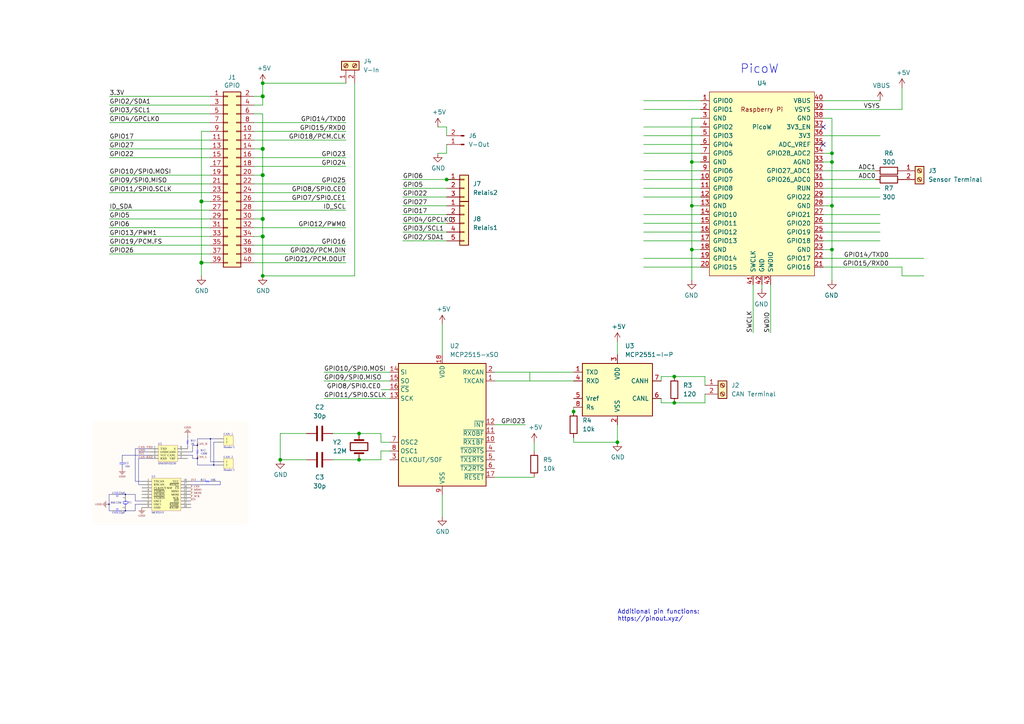
<source format=kicad_sch>
(kicad_sch (version 20230121) (generator eeschema)
  (paper "A4")
  (title_block (date "15 nov 2012"))
  (lib_symbols
    (symbol "Connector:Conn_01x02_Pin" (pin_names (offset 1.016) hide)
      (property "Reference" "J" (at 0 2.54 0))
      (property "Value" "Conn_01x02_Pin" (at 0 -5.08 0))
      (symbol "Conn_01x02_Pin_1_1"
        (polyline (pts (xy 1.27 -2.54) (xy 0.8636 -2.54)) (stroke (width 0.1524)))
        (polyline (pts (xy 1.27 0) (xy 0.8636 0)) (stroke (width 0.1524)))
        (rectangle (start 0.8636 -2.413) (end 0 -2.667) (stroke (width 0.1524)) (fill (type outline)))
        (rectangle (start 0.8636 0.127) (end 0 -0.127) (stroke (width 0.1524)) (fill (type outline)))
        (pin passive line (at 5.08 0 180) (length 3.81) (name "Pin_1") (number "1"))
        (pin passive line (at 5.08 -2.54 180) (length 3.81) (name "Pin_2") (number "2"))
      )
    )
    (symbol "Connector:Screw_Terminal_01x02" (pin_names (offset 1.016) hide)
      (property "Reference" "J" (at 0 2.54 0))
      (property "Value" "Screw_Terminal_01x02" (at 0 -5.08 0))
      (symbol "Screw_Terminal_01x02_1_1"
        (rectangle (start -1.27 1.27) (end 1.27 -3.81) (stroke (width 0.254)) (fill (type background)))
        (circle (center 0 -2.54) (radius 0.635) (stroke (width 0.1524)))
        (polyline (pts (xy -0.5334 -2.2098) (xy 0.3302 -3.048)) (stroke (width 0.1524)))
        (polyline (pts (xy -0.5334 0.3302) (xy 0.3302 -0.508)) (stroke (width 0.1524)))
        (polyline (pts (xy -0.3556 -2.032) (xy 0.508 -2.8702)) (stroke (width 0.1524)))
        (polyline (pts (xy -0.3556 0.508) (xy 0.508 -0.3302)) (stroke (width 0.1524)))
        (circle (center 0 0) (radius 0.635) (stroke (width 0.1524)))
        (pin passive line (at -5.08 0 0) (length 3.81) (name "Pin_1") (number "1"))
        (pin passive line (at -5.08 -2.54 0) (length 3.81) (name "Pin_2") (number "2"))
      )
    )
    (symbol "Connector_Generic:Conn_01x03" (pin_names (offset 1.016) hide)
      (property "Reference" "J" (at 0 5.08 0))
      (property "Value" "Conn_01x03" (at 0 -5.08 0))
      (symbol "Conn_01x03_1_1"
        (rectangle (start -1.27 -2.413) (end 0 -2.667) (stroke (width 0.1524)))
        (rectangle (start -1.27 0.127) (end 0 -0.127) (stroke (width 0.1524)))
        (rectangle (start -1.27 2.667) (end 0 2.413) (stroke (width 0.1524)))
        (rectangle (start -1.27 3.81) (end 1.27 -3.81) (stroke (width 0.254)) (fill (type background)))
        (pin passive line (at -5.08 2.54 0) (length 3.81) (name "Pin_1") (number "1"))
        (pin passive line (at -5.08 0 0) (length 3.81) (name "Pin_2") (number "2"))
        (pin passive line (at -5.08 -2.54 0) (length 3.81) (name "Pin_3") (number "3"))
      )
    )
    (symbol "Connector_Generic:Conn_01x05" (pin_names (offset 1.016) hide)
      (property "Reference" "J" (at 0 7.62 0))
      (property "Value" "Conn_01x05" (at 0 -7.62 0))
      (symbol "Conn_01x05_1_1"
        (rectangle (start -1.27 -4.953) (end 0 -5.207) (stroke (width 0.1524)))
        (rectangle (start -1.27 -2.413) (end 0 -2.667) (stroke (width 0.1524)))
        (rectangle (start -1.27 0.127) (end 0 -0.127) (stroke (width 0.1524)))
        (rectangle (start -1.27 2.667) (end 0 2.413) (stroke (width 0.1524)))
        (rectangle (start -1.27 5.207) (end 0 4.953) (stroke (width 0.1524)))
        (rectangle (start -1.27 6.35) (end 1.27 -6.35) (stroke (width 0.254)) (fill (type background)))
        (pin passive line (at -5.08 5.08 0) (length 3.81) (name "Pin_1") (number "1"))
        (pin passive line (at -5.08 2.54 0) (length 3.81) (name "Pin_2") (number "2"))
        (pin passive line (at -5.08 0 0) (length 3.81) (name "Pin_3") (number "3"))
        (pin passive line (at -5.08 -2.54 0) (length 3.81) (name "Pin_4") (number "4"))
        (pin passive line (at -5.08 -5.08 0) (length 3.81) (name "Pin_5") (number "5"))
      )
    )
    (symbol "Connector_Generic:Conn_02x20_Odd_Even" (pin_names (offset 1.016) hide)
      (property "Reference" "J" (at 1.27 25.4 0))
      (property "Value" "Conn_02x20_Odd_Even" (at 1.27 -27.94 0))
      (symbol "Conn_02x20_Odd_Even_1_1"
        (rectangle (start -1.27 -25.273) (end 0 -25.527) (stroke (width 0.1524)))
        (rectangle (start -1.27 -22.733) (end 0 -22.987) (stroke (width 0.1524)))
        (rectangle (start -1.27 -20.193) (end 0 -20.447) (stroke (width 0.1524)))
        (rectangle (start -1.27 -17.653) (end 0 -17.907) (stroke (width 0.1524)))
        (rectangle (start -1.27 -15.113) (end 0 -15.367) (stroke (width 0.1524)))
        (rectangle (start -1.27 -12.573) (end 0 -12.827) (stroke (width 0.1524)))
        (rectangle (start -1.27 -10.033) (end 0 -10.287) (stroke (width 0.1524)))
        (rectangle (start -1.27 -7.493) (end 0 -7.747) (stroke (width 0.1524)))
        (rectangle (start -1.27 -4.953) (end 0 -5.207) (stroke (width 0.1524)))
        (rectangle (start -1.27 -2.413) (end 0 -2.667) (stroke (width 0.1524)))
        (rectangle (start -1.27 0.127) (end 0 -0.127) (stroke (width 0.1524)))
        (rectangle (start -1.27 2.667) (end 0 2.413) (stroke (width 0.1524)))
        (rectangle (start -1.27 5.207) (end 0 4.953) (stroke (width 0.1524)))
        (rectangle (start -1.27 7.747) (end 0 7.493) (stroke (width 0.1524)))
        (rectangle (start -1.27 10.287) (end 0 10.033) (stroke (width 0.1524)))
        (rectangle (start -1.27 12.827) (end 0 12.573) (stroke (width 0.1524)))
        (rectangle (start -1.27 15.367) (end 0 15.113) (stroke (width 0.1524)))
        (rectangle (start -1.27 17.907) (end 0 17.653) (stroke (width 0.1524)))
        (rectangle (start -1.27 20.447) (end 0 20.193) (stroke (width 0.1524)))
        (rectangle (start -1.27 22.987) (end 0 22.733) (stroke (width 0.1524)))
        (rectangle (start -1.27 24.13) (end 3.81 -26.67) (stroke (width 0.254)) (fill (type background)))
        (rectangle (start 3.81 -25.273) (end 2.54 -25.527) (stroke (width 0.1524)))
        (rectangle (start 3.81 -22.733) (end 2.54 -22.987) (stroke (width 0.1524)))
        (rectangle (start 3.81 -20.193) (end 2.54 -20.447) (stroke (width 0.1524)))
        (rectangle (start 3.81 -17.653) (end 2.54 -17.907) (stroke (width 0.1524)))
        (rectangle (start 3.81 -15.113) (end 2.54 -15.367) (stroke (width 0.1524)))
        (rectangle (start 3.81 -12.573) (end 2.54 -12.827) (stroke (width 0.1524)))
        (rectangle (start 3.81 -10.033) (end 2.54 -10.287) (stroke (width 0.1524)))
        (rectangle (start 3.81 -7.493) (end 2.54 -7.747) (stroke (width 0.1524)))
        (rectangle (start 3.81 -4.953) (end 2.54 -5.207) (stroke (width 0.1524)))
        (rectangle (start 3.81 -2.413) (end 2.54 -2.667) (stroke (width 0.1524)))
        (rectangle (start 3.81 0.127) (end 2.54 -0.127) (stroke (width 0.1524)))
        (rectangle (start 3.81 2.667) (end 2.54 2.413) (stroke (width 0.1524)))
        (rectangle (start 3.81 5.207) (end 2.54 4.953) (stroke (width 0.1524)))
        (rectangle (start 3.81 7.747) (end 2.54 7.493) (stroke (width 0.1524)))
        (rectangle (start 3.81 10.287) (end 2.54 10.033) (stroke (width 0.1524)))
        (rectangle (start 3.81 12.827) (end 2.54 12.573) (stroke (width 0.1524)))
        (rectangle (start 3.81 15.367) (end 2.54 15.113) (stroke (width 0.1524)))
        (rectangle (start 3.81 17.907) (end 2.54 17.653) (stroke (width 0.1524)))
        (rectangle (start 3.81 20.447) (end 2.54 20.193) (stroke (width 0.1524)))
        (rectangle (start 3.81 22.987) (end 2.54 22.733) (stroke (width 0.1524)))
        (pin passive line (at -5.08 22.86 0) (length 3.81) (name "Pin_1") (number "1"))
        (pin passive line (at 7.62 12.7 180) (length 3.81) (name "Pin_10") (number "10"))
        (pin passive line (at -5.08 10.16 0) (length 3.81) (name "Pin_11") (number "11"))
        (pin passive line (at 7.62 10.16 180) (length 3.81) (name "Pin_12") (number "12"))
        (pin passive line (at -5.08 7.62 0) (length 3.81) (name "Pin_13") (number "13"))
        (pin passive line (at 7.62 7.62 180) (length 3.81) (name "Pin_14") (number "14"))
        (pin passive line (at -5.08 5.08 0) (length 3.81) (name "Pin_15") (number "15"))
        (pin passive line (at 7.62 5.08 180) (length 3.81) (name "Pin_16") (number "16"))
        (pin passive line (at -5.08 2.54 0) (length 3.81) (name "Pin_17") (number "17"))
        (pin passive line (at 7.62 2.54 180) (length 3.81) (name "Pin_18") (number "18"))
        (pin passive line (at -5.08 0 0) (length 3.81) (name "Pin_19") (number "19"))
        (pin passive line (at 7.62 22.86 180) (length 3.81) (name "Pin_2") (number "2"))
        (pin passive line (at 7.62 0 180) (length 3.81) (name "Pin_20") (number "20"))
        (pin passive line (at -5.08 -2.54 0) (length 3.81) (name "Pin_21") (number "21"))
        (pin passive line (at 7.62 -2.54 180) (length 3.81) (name "Pin_22") (number "22"))
        (pin passive line (at -5.08 -5.08 0) (length 3.81) (name "Pin_23") (number "23"))
        (pin passive line (at 7.62 -5.08 180) (length 3.81) (name "Pin_24") (number "24"))
        (pin passive line (at -5.08 -7.62 0) (length 3.81) (name "Pin_25") (number "25"))
        (pin passive line (at 7.62 -7.62 180) (length 3.81) (name "Pin_26") (number "26"))
        (pin passive line (at -5.08 -10.16 0) (length 3.81) (name "Pin_27") (number "27"))
        (pin passive line (at 7.62 -10.16 180) (length 3.81) (name "Pin_28") (number "28"))
        (pin passive line (at -5.08 -12.7 0) (length 3.81) (name "Pin_29") (number "29"))
        (pin passive line (at -5.08 20.32 0) (length 3.81) (name "Pin_3") (number "3"))
        (pin passive line (at 7.62 -12.7 180) (length 3.81) (name "Pin_30") (number "30"))
        (pin passive line (at -5.08 -15.24 0) (length 3.81) (name "Pin_31") (number "31"))
        (pin passive line (at 7.62 -15.24 180) (length 3.81) (name "Pin_32") (number "32"))
        (pin passive line (at -5.08 -17.78 0) (length 3.81) (name "Pin_33") (number "33"))
        (pin passive line (at 7.62 -17.78 180) (length 3.81) (name "Pin_34") (number "34"))
        (pin passive line (at -5.08 -20.32 0) (length 3.81) (name "Pin_35") (number "35"))
        (pin passive line (at 7.62 -20.32 180) (length 3.81) (name "Pin_36") (number "36"))
        (pin passive line (at -5.08 -22.86 0) (length 3.81) (name "Pin_37") (number "37"))
        (pin passive line (at 7.62 -22.86 180) (length 3.81) (name "Pin_38") (number "38"))
        (pin passive line (at -5.08 -25.4 0) (length 3.81) (name "Pin_39") (number "39"))
        (pin passive line (at 7.62 20.32 180) (length 3.81) (name "Pin_4") (number "4"))
        (pin passive line (at 7.62 -25.4 180) (length 3.81) (name "Pin_40") (number "40"))
        (pin passive line (at -5.08 17.78 0) (length 3.81) (name "Pin_5") (number "5"))
        (pin passive line (at 7.62 17.78 180) (length 3.81) (name "Pin_6") (number "6"))
        (pin passive line (at -5.08 15.24 0) (length 3.81) (name "Pin_7") (number "7"))
        (pin passive line (at 7.62 15.24 180) (length 3.81) (name "Pin_8") (number "8"))
        (pin passive line (at -5.08 12.7 0) (length 3.81) (name "Pin_9") (number "9"))
      )
    )
    (symbol "Device:C" (pin_numbers hide) (pin_names (offset 0.254))
      (property "Reference" "C" (at 0.635 2.54 0))
      (property "Value" "C" (at 0.635 -2.54 0))
      (symbol "C_0_1"
        (polyline (pts (xy -2.032 -0.762) (xy 2.032 -0.762)) (stroke (width 0.508)))
        (polyline (pts (xy -2.032 0.762) (xy 2.032 0.762)) (stroke (width 0.508)))
      )
      (symbol "C_1_1"
        (pin passive line (at 0 3.81 270) (length 2.794) (name "~") (number "1"))
        (pin passive line (at 0 -3.81 90) (length 2.794) (name "~") (number "2"))
      )
    )
    (symbol "Device:Crystal" (pin_numbers hide) (pin_names (offset 1.016) hide)
      (property "Reference" "Y" (at 0 3.81 0))
      (property "Value" "Crystal" (at 0 -3.81 0))
      (symbol "Crystal_0_1"
        (rectangle (start -1.143 2.54) (end 1.143 -2.54) (stroke (width 0.3048)))
        (polyline (pts (xy -2.54 0) (xy -1.905 0)))
        (polyline (pts (xy -1.905 -1.27) (xy -1.905 1.27)) (stroke (width 0.508)))
        (polyline (pts (xy 1.905 -1.27) (xy 1.905 1.27)) (stroke (width 0.508)))
        (polyline (pts (xy 2.54 0) (xy 1.905 0)))
      )
      (symbol "Crystal_1_1"
        (pin passive line (at -3.81 0 0) (length 1.27) (name "1") (number "1"))
        (pin passive line (at 3.81 0 180) (length 1.27) (name "2") (number "2"))
      )
    )
    (symbol "Device:R" (pin_numbers hide) (pin_names (offset 0))
      (property "Reference" "R" (at 2.032 0 90))
      (property "Value" "R" (at 0 0 90))
      (symbol "R_0_1"
        (rectangle (start -1.016 -2.54) (end 1.016 2.54) (stroke (width 0.254)))
      )
      (symbol "R_1_1"
        (pin passive line (at 0 3.81 270) (length 1.27) (name "~") (number "1"))
        (pin passive line (at 0 -3.81 90) (length 1.27) (name "~") (number "2"))
      )
    )
    (symbol "Interface_CAN_LIN:MCP2515-xSO"
      (property "Reference" "U" (at -10.16 19.685 0))
      (property "Value" "MCP2515-xSO" (at 19.05 20.32 0))
      (symbol "MCP2515-xSO_0_1"
        (rectangle (start -12.7 17.78) (end 12.7 -17.78) (stroke (width 0.254)) (fill (type background)))
      )
      (symbol "MCP2515-xSO_1_1"
        (pin output line (at 15.24 12.7 180) (length 2.54) (name "TXCAN") (number "1"))
        (pin output line (at 15.24 -5.08 180) (length 2.54) (name "~{RX1BF}") (number "10"))
        (pin output line (at 15.24 -2.54 180) (length 2.54) (name "~{RX0BF}") (number "11"))
        (pin output line (at 15.24 0 180) (length 2.54) (name "~{INT}") (number "12"))
        (pin input line (at -15.24 7.62 0) (length 2.54) (name "SCK") (number "13"))
        (pin input line (at -15.24 15.24 0) (length 2.54) (name "SI") (number "14"))
        (pin output line (at -15.24 12.7 0) (length 2.54) (name "SO") (number "15"))
        (pin input line (at -15.24 10.16 0) (length 2.54) (name "~{CS}") (number "16"))
        (pin input line (at 15.24 -15.24 180) (length 2.54) (name "~{RESET}") (number "17"))
        (pin power_in line (at 0 20.32 270) (length 2.54) (name "VDD") (number "18"))
        (pin input line (at 15.24 15.24 180) (length 2.54) (name "RXCAN") (number "2"))
        (pin output line (at -15.24 -10.16 0) (length 2.54) (name "CLKOUT/SOF") (number "3"))
        (pin input line (at 15.24 -7.62 180) (length 2.54) (name "~{TX0RTS}") (number "4"))
        (pin input line (at 15.24 -10.16 180) (length 2.54) (name "~{TX1RTS}") (number "5"))
        (pin input line (at 15.24 -12.7 180) (length 2.54) (name "~{TX2RTS}") (number "6"))
        (pin output line (at -15.24 -5.08 0) (length 2.54) (name "OSC2") (number "7"))
        (pin input line (at -15.24 -7.62 0) (length 2.54) (name "OSC1") (number "8"))
        (pin power_in line (at 0 -20.32 90) (length 2.54) (name "VSS") (number "9"))
      )
    )
    (symbol "Interface_CAN_LIN:MCP2551-I-P" (pin_names (offset 1.016))
      (property "Reference" "U" (at -10.16 8.89 0))
      (property "Value" "MCP2551-I-P" (at 2.54 8.89 0))
      (symbol "MCP2551-I-P_0_1"
        (rectangle (start -10.16 7.62) (end 10.16 -7.62) (stroke (width 0.254)) (fill (type background)))
      )
      (symbol "MCP2551-I-P_1_1"
        (pin input line (at -12.7 5.08 0) (length 2.54) (name "TXD") (number "1"))
        (pin power_in line (at 0 -10.16 90) (length 2.54) (name "VSS") (number "2"))
        (pin power_in line (at 0 10.16 270) (length 2.54) (name "VDD") (number "3"))
        (pin output line (at -12.7 2.54 0) (length 2.54) (name "RXD") (number "4"))
        (pin power_out line (at -12.7 -2.54 0) (length 2.54) (name "Vref") (number "5"))
        (pin bidirectional line (at 12.7 -2.54 180) (length 2.54) (name "CANL") (number "6"))
        (pin bidirectional line (at 12.7 2.54 180) (length 2.54) (name "CANH") (number "7"))
        (pin input line (at -12.7 -5.08 0) (length 2.54) (name "Rs") (number "8"))
      )
    )
    (symbol "RPi_Pico:PicoW" (pin_names (offset 1.016))
      (property "Reference" "U" (at -13.97 27.94 0))
      (property "Value" "PicoW" (at 0 19.05 0))
      (symbol "PicoW_0_0"
        (text "Raspberry Pi" (at 0 21.59 0) (effects (font (size 1.27 1.27))))
      )
      (symbol "PicoW_0_1"
        (rectangle (start -15.24 26.67) (end 15.24 -26.67) (fill (type background)))
      )
      (symbol "PicoW_1_1"
        (pin bidirectional line (at -17.78 24.13 0) (length 2.54) (name "GPIO0") (number "1"))
        (pin bidirectional line (at -17.78 1.27 0) (length 2.54) (name "GPIO7") (number "10"))
        (pin bidirectional line (at -17.78 -1.27 0) (length 2.54) (name "GPIO8") (number "11"))
        (pin bidirectional line (at -17.78 -3.81 0) (length 2.54) (name "GPIO9") (number "12"))
        (pin power_in line (at -17.78 -6.35 0) (length 2.54) (name "GND") (number "13"))
        (pin bidirectional line (at -17.78 -8.89 0) (length 2.54) (name "GPIO10") (number "14"))
        (pin bidirectional line (at -17.78 -11.43 0) (length 2.54) (name "GPIO11") (number "15"))
        (pin bidirectional line (at -17.78 -13.97 0) (length 2.54) (name "GPIO12") (number "16"))
        (pin bidirectional line (at -17.78 -16.51 0) (length 2.54) (name "GPIO13") (number "17"))
        (pin power_in line (at -17.78 -19.05 0) (length 2.54) (name "GND") (number "18"))
        (pin bidirectional line (at -17.78 -21.59 0) (length 2.54) (name "GPIO14") (number "19"))
        (pin bidirectional line (at -17.78 21.59 0) (length 2.54) (name "GPIO1") (number "2"))
        (pin bidirectional line (at -17.78 -24.13 0) (length 2.54) (name "GPIO15") (number "20"))
        (pin bidirectional line (at 17.78 -24.13 180) (length 2.54) (name "GPIO16") (number "21"))
        (pin bidirectional line (at 17.78 -21.59 180) (length 2.54) (name "GPIO17") (number "22"))
        (pin power_in line (at 17.78 -19.05 180) (length 2.54) (name "GND") (number "23"))
        (pin bidirectional line (at 17.78 -16.51 180) (length 2.54) (name "GPIO18") (number "24"))
        (pin bidirectional line (at 17.78 -13.97 180) (length 2.54) (name "GPIO19") (number "25"))
        (pin bidirectional line (at 17.78 -11.43 180) (length 2.54) (name "GPIO20") (number "26"))
        (pin bidirectional line (at 17.78 -8.89 180) (length 2.54) (name "GPIO21") (number "27"))
        (pin power_in line (at 17.78 -6.35 180) (length 2.54) (name "GND") (number "28"))
        (pin bidirectional line (at 17.78 -3.81 180) (length 2.54) (name "GPIO22") (number "29"))
        (pin power_in line (at -17.78 19.05 0) (length 2.54) (name "GND") (number "3"))
        (pin input line (at 17.78 -1.27 180) (length 2.54) (name "RUN") (number "30"))
        (pin bidirectional line (at 17.78 1.27 180) (length 2.54) (name "GPIO26_ADC0") (number "31"))
        (pin bidirectional line (at 17.78 3.81 180) (length 2.54) (name "GPIO27_ADC1") (number "32"))
        (pin power_in line (at 17.78 6.35 180) (length 2.54) (name "AGND") (number "33"))
        (pin bidirectional line (at 17.78 8.89 180) (length 2.54) (name "GPIO28_ADC2") (number "34"))
        (pin unspecified line (at 17.78 11.43 180) (length 2.54) (name "ADC_VREF") (number "35"))
        (pin unspecified line (at 17.78 13.97 180) (length 2.54) (name "3V3") (number "36"))
        (pin input line (at 17.78 16.51 180) (length 2.54) (name "3V3_EN") (number "37"))
        (pin bidirectional line (at 17.78 19.05 180) (length 2.54) (name "GND") (number "38"))
        (pin unspecified line (at 17.78 21.59 180) (length 2.54) (name "VSYS") (number "39"))
        (pin bidirectional line (at -17.78 16.51 0) (length 2.54) (name "GPIO2") (number "4"))
        (pin unspecified line (at 17.78 24.13 180) (length 2.54) (name "VBUS") (number "40"))
        (pin input line (at -2.54 -29.21 90) (length 2.54) (name "SWCLK") (number "41"))
        (pin power_in line (at 0 -29.21 90) (length 2.54) (name "GND") (number "42"))
        (pin bidirectional line (at 2.54 -29.21 90) (length 2.54) (name "SWDIO") (number "43"))
        (pin bidirectional line (at -17.78 13.97 0) (length 2.54) (name "GPIO3") (number "5"))
        (pin bidirectional line (at -17.78 11.43 0) (length 2.54) (name "GPIO4") (number "6"))
        (pin bidirectional line (at -17.78 8.89 0) (length 2.54) (name "GPIO5") (number "7"))
        (pin power_in line (at -17.78 6.35 0) (length 2.54) (name "GND") (number "8"))
        (pin bidirectional line (at -17.78 3.81 0) (length 2.54) (name "GPIO6") (number "9"))
      )
    )
    (symbol "power:+5V" (power) (pin_names (offset 0))
      (property "Value" "+5V" (at 0 3.556 0))
      (symbol "+5V_0_1"
        (polyline (pts (xy -0.762 1.27) (xy 0 2.54)))
        (polyline (pts (xy 0 0) (xy 0 2.54)))
        (polyline (pts (xy 0 2.54) (xy 0.762 1.27)))
      )
      (symbol "+5V_1_1"
        (pin power_in line (at 0 0 90) (length 0) hide (name "+5V") (number "1"))
      )
    )
    (symbol "power:GND" (power) (pin_names (offset 0))
      (property "Value" "GND" (at 0 -3.81 0))
      (symbol "GND_0_1"
        (polyline (pts (xy 0 0) (xy 0 -1.27) (xy 1.27 -1.27) (xy 0 -2.54) (xy -1.27 -1.27) (xy 0 -1.27)))
      )
      (symbol "GND_1_1"
        (pin power_in line (at 0 0 270) (length 0) hide (name "GND") (number "1"))
      )
    )
    (symbol "power:VBUS" (power) (pin_names (offset 0))
      (property "Value" "VBUS" (at 0 3.81 0))
      (symbol "VBUS_0_1"
        (polyline (pts (xy -0.762 1.27) (xy 0 2.54)))
        (polyline (pts (xy 0 0) (xy 0 2.54)))
        (polyline (pts (xy 0 2.54) (xy 0.762 1.27)))
      )
      (symbol "VBUS_1_1"
        (pin power_in line (at 0 0 90) (length 0) hide (name "VBUS") (number "1"))
      )
    )
  )
  (junction (at 104.14 125.73))
  (junction (at 76.2 27.94) (diameter 1.016))
  (junction (at 200.66 72.39))
  (junction (at 241.3 72.39))
  (junction (at 76.2 43.18) (diameter 1.016))
  (junction (at 166.37 119.38))
  (junction (at 129.54 52.07))
  (junction (at 241.3 59.69))
  (junction (at 76.2 24.13))
  (junction (at 200.66 59.69))
  (junction (at 104.14 133.35))
  (junction (at 58.42 76.2) (diameter 1.016))
  (junction (at 81.28 133.35))
  (junction (at 241.3 46.99))
  (junction (at 58.42 58.42) (diameter 1.016))
  (junction (at 195.58 109.22))
  (junction (at 76.2 80.01))
  (junction (at 76.2 68.58) (diameter 1.016))
  (junction (at 195.58 116.84))
  (junction (at 76.2 63.5) (diameter 1.016))
  (junction (at 200.66 46.99))
  (junction (at 76.2 50.8) (diameter 1.016))
  (junction (at 241.3 44.45))
  (junction (at 179.07 128.27))
  (no_connect (at 238.76 36.83))
  (no_connect (at 238.76 41.91))
  (wire (pts (xy 238.76 69.85) (xy 255.27 69.85)))
  (wire (pts (xy 58.42 58.42) (xy 58.42 76.2)))
  (wire (pts (xy 73.66 58.42) (xy 100.33 58.42)))
  (wire (pts (xy 60.96 40.64) (xy 31.75 40.64)))
  (wire (pts (xy 238.76 64.77) (xy 255.27 64.77)))
  (wire (pts (xy 93.98 110.49) (xy 113.03 110.49)))
  (wire (pts (xy 110.49 125.73) (xy 110.49 128.27)))
  (wire (pts (xy 191.77 109.22) (xy 195.58 109.22)))
  (wire (pts (xy 76.2 33.02) (xy 76.2 43.18)))
  (wire (pts (xy 96.52 125.73) (xy 104.14 125.73)))
  (wire (pts (xy 76.2 50.8) (xy 73.66 50.8)))
  (wire (pts (xy 203.2 59.69) (xy 200.66 59.69)))
  (wire (pts (xy 76.2 63.5) (xy 76.2 68.58)))
  (wire (pts (xy 186.69 41.91) (xy 203.2 41.91)))
  (wire (pts (xy 238.76 54.61) (xy 255.27 54.61)))
  (wire (pts (xy 31.75 27.94) (xy 60.96 27.94)))
  (wire (pts (xy 76.2 50.8) (xy 76.2 63.5)))
  (wire (pts (xy 73.66 35.56) (xy 100.33 35.56)))
  (wire (pts (xy 186.69 74.93) (xy 203.2 74.93)))
  (wire (pts (xy 76.2 24.13) (xy 100.33 24.13)))
  (wire (pts (xy 204.47 114.3) (xy 204.47 116.84)))
  (wire (pts (xy 58.42 38.1) (xy 58.42 58.42)))
  (wire (pts (xy 238.76 34.29) (xy 241.3 34.29)))
  (wire (pts (xy 58.42 38.1) (xy 60.96 38.1)))
  (wire (pts (xy 102.87 80.01) (xy 76.2 80.01)))
  (wire (pts (xy 96.52 133.35) (xy 104.14 133.35)))
  (wire (pts (xy 127 36.83) (xy 129.54 36.83)))
  (wire (pts (xy 73.66 55.88) (xy 100.33 55.88)))
  (wire (pts (xy 241.3 34.29) (xy 241.3 44.45)))
  (wire (pts (xy 238.76 67.31) (xy 255.27 67.31)))
  (wire (pts (xy 60.96 60.96) (xy 31.75 60.96)))
  (wire (pts (xy 31.75 63.5) (xy 60.96 63.5)))
  (wire (pts (xy 186.69 54.61) (xy 203.2 54.61)))
  (wire (pts (xy 129.54 36.83) (xy 129.54 39.37)))
  (wire (pts (xy 179.07 99.06) (xy 179.07 102.87)))
  (wire (pts (xy 220.98 82.55) (xy 220.98 83.82)))
  (wire (pts (xy 110.49 133.35) (xy 110.49 130.81)))
  (wire (pts (xy 58.42 58.42) (xy 60.96 58.42)))
  (wire (pts (xy 128.27 93.98) (xy 128.27 102.87)))
  (wire (pts (xy 241.3 59.69) (xy 241.3 72.39)))
  (wire (pts (xy 166.37 128.27) (xy 179.07 128.27)))
  (wire (pts (xy 200.66 34.29) (xy 200.66 46.99)))
  (wire (pts (xy 116.84 59.69) (xy 129.54 59.69)))
  (wire (pts (xy 73.66 45.72) (xy 100.33 45.72)))
  (wire (pts (xy 179.07 123.19) (xy 179.07 128.27)))
  (wire (pts (xy 191.77 115.57) (xy 191.77 116.84)))
  (wire (pts (xy 238.76 31.75) (xy 261.62 31.75)))
  (wire (pts (xy 186.69 57.15) (xy 203.2 57.15)))
  (wire (pts (xy 132.08 52.07) (xy 129.54 52.07)))
  (wire (pts (xy 186.69 29.21) (xy 203.2 29.21)))
  (wire (pts (xy 191.77 110.49) (xy 191.77 109.22)))
  (wire (pts (xy 73.66 76.2) (xy 100.33 76.2)))
  (wire (pts (xy 58.42 76.2) (xy 58.42 80.01)))
  (wire (pts (xy 218.44 82.55) (xy 218.44 96.52)))
  (wire (pts (xy 31.75 43.18) (xy 60.96 43.18)))
  (wire (pts (xy 116.84 52.07) (xy 129.54 52.07)))
  (wire (pts (xy 143.51 107.95) (xy 166.37 107.95)))
  (wire (pts (xy 186.69 52.07) (xy 203.2 52.07)))
  (wire (pts (xy 238.76 59.69) (xy 241.3 59.69)))
  (wire (pts (xy 116.84 62.23) (xy 129.54 62.23)))
  (wire (pts (xy 104.14 125.73) (xy 110.49 125.73)))
  (wire (pts (xy 76.2 68.58) (xy 73.66 68.58)))
  (wire (pts (xy 241.3 72.39) (xy 241.3 81.28)))
  (wire (pts (xy 31.75 33.02) (xy 60.96 33.02)))
  (wire (pts (xy 241.3 46.99) (xy 241.3 59.69)))
  (wire (pts (xy 129.54 44.45) (xy 129.54 41.91)))
  (wire (pts (xy 238.76 44.45) (xy 241.3 44.45)))
  (wire (pts (xy 31.75 55.88) (xy 60.96 55.88)))
  (wire (pts (xy 60.96 30.48) (xy 31.75 30.48)))
  (wire (pts (xy 238.76 74.93) (xy 267.97 74.93)))
  (wire (pts (xy 76.2 27.94) (xy 76.2 30.48)))
  (wire (pts (xy 238.76 62.23) (xy 255.27 62.23)))
  (wire (pts (xy 76.2 43.18) (xy 76.2 50.8)))
  (wire (pts (xy 261.62 80.01) (xy 267.97 80.01)))
  (wire (pts (xy 261.62 77.47) (xy 261.62 80.01)))
  (wire (pts (xy 73.66 40.64) (xy 100.33 40.64)))
  (wire (pts (xy 76.2 43.18) (xy 73.66 43.18)))
  (wire (pts (xy 200.66 46.99) (xy 200.66 59.69)))
  (wire (pts (xy 195.58 116.84) (xy 204.47 116.84)))
  (wire (pts (xy 76.2 24.13) (xy 76.2 27.94)))
  (wire (pts (xy 204.47 109.22) (xy 204.47 111.76)))
  (wire (pts (xy 186.69 36.83) (xy 203.2 36.83)))
  (wire (pts (xy 186.69 49.53) (xy 203.2 49.53)))
  (wire (pts (xy 88.9 125.73) (xy 81.28 125.73)))
  (wire (pts (xy 31.75 35.56) (xy 60.96 35.56)))
  (wire (pts (xy 76.2 27.94) (xy 73.66 27.94)))
  (wire (pts (xy 116.84 57.15) (xy 129.54 57.15)))
  (wire (pts (xy 73.66 48.26) (xy 100.33 48.26)))
  (wire (pts (xy 186.69 67.31) (xy 203.2 67.31)))
  (wire (pts (xy 73.66 38.1) (xy 100.33 38.1)))
  (wire (pts (xy 166.37 127) (xy 166.37 128.27)))
  (wire (pts (xy 153.67 107.95) (xy 153.67 110.49)))
  (wire (pts (xy 191.77 116.84) (xy 195.58 116.84)))
  (wire (pts (xy 238.76 72.39) (xy 241.3 72.39)))
  (wire (pts (xy 238.76 49.53) (xy 254 49.53)))
  (wire (pts (xy 31.75 45.72) (xy 60.96 45.72)))
  (wire (pts (xy 200.66 59.69) (xy 200.66 72.39)))
  (wire (pts (xy 154.94 128.27) (xy 154.94 130.81)))
  (wire (pts (xy 31.75 53.34) (xy 60.96 53.34)))
  (wire (pts (xy 186.69 69.85) (xy 203.2 69.85)))
  (wire (pts (xy 143.51 110.49) (xy 166.37 110.49)))
  (wire (pts (xy 186.69 44.45) (xy 203.2 44.45)))
  (wire (pts (xy 186.69 31.75) (xy 203.2 31.75)))
  (wire (pts (xy 241.3 44.45) (xy 241.3 46.99)))
  (wire (pts (xy 186.69 39.37) (xy 203.2 39.37)))
  (wire (pts (xy 31.75 66.04) (xy 60.96 66.04)))
  (wire (pts (xy 102.87 24.13) (xy 102.87 80.01)))
  (wire (pts (xy 76.2 30.48) (xy 73.66 30.48)))
  (wire (pts (xy 166.37 119.38) (xy 166.37 120.65)))
  (wire (pts (xy 238.76 29.21) (xy 255.27 29.21)))
  (wire (pts (xy 31.75 71.12) (xy 60.96 71.12)))
  (wire (pts (xy 203.2 46.99) (xy 200.66 46.99)))
  (wire (pts (xy 73.66 71.12) (xy 100.33 71.12)))
  (wire (pts (xy 143.51 138.43) (xy 154.94 138.43)))
  (wire (pts (xy 116.84 54.61) (xy 129.54 54.61)))
  (wire (pts (xy 186.69 77.47) (xy 203.2 77.47)))
  (wire (pts (xy 73.66 66.04) (xy 100.33 66.04)))
  (wire (pts (xy 58.42 76.2) (xy 60.96 76.2)))
  (wire (pts (xy 223.52 82.55) (xy 223.52 96.52)))
  (wire (pts (xy 261.62 25.4) (xy 261.62 31.75)))
  (wire (pts (xy 73.66 73.66) (xy 100.33 73.66)))
  (wire (pts (xy 116.84 64.77) (xy 129.54 64.77)))
  (wire (pts (xy 76.2 33.02) (xy 73.66 33.02)))
  (wire (pts (xy 31.75 73.66) (xy 60.96 73.66)))
  (wire (pts (xy 93.98 115.57) (xy 113.03 115.57)))
  (wire (pts (xy 186.69 62.23) (xy 203.2 62.23)))
  (wire (pts (xy 203.2 72.39) (xy 200.66 72.39)))
  (wire (pts (xy 238.76 39.37) (xy 255.27 39.37)))
  (wire (pts (xy 166.37 118.11) (xy 166.37 119.38)))
  (wire (pts (xy 238.76 46.99) (xy 241.3 46.99)))
  (wire (pts (xy 127 44.45) (xy 129.54 44.45)))
  (wire (pts (xy 195.58 109.22) (xy 204.47 109.22)))
  (wire (pts (xy 93.98 107.95) (xy 113.03 107.95)))
  (wire (pts (xy 110.49 113.03) (xy 113.03 113.03)))
  (wire (pts (xy 200.66 72.39) (xy 200.66 81.28)))
  (wire (pts (xy 110.49 130.81) (xy 113.03 130.81)))
  (wire (pts (xy 203.2 34.29) (xy 200.66 34.29)))
  (wire (pts (xy 104.14 133.35) (xy 110.49 133.35)))
  (wire (pts (xy 76.2 68.58) (xy 76.2 80.01)))
  (wire (pts (xy 73.66 53.34) (xy 100.33 53.34)))
  (wire (pts (xy 60.96 68.58) (xy 31.75 68.58)))
  (wire (pts (xy 143.51 123.19) (xy 152.4 123.19)))
  (wire (pts (xy 76.2 63.5) (xy 73.66 63.5)))
  (wire (pts (xy 81.28 133.35) (xy 88.9 133.35)))
  (wire (pts (xy 128.27 143.51) (xy 128.27 149.86)))
  (wire (pts (xy 81.28 125.73) (xy 81.28 133.35)))
  (wire (pts (xy 238.76 57.15) (xy 255.27 57.15)))
  (wire (pts (xy 238.76 52.07) (xy 254 52.07)))
  (wire (pts (xy 116.84 69.85) (xy 129.54 69.85)))
  (wire (pts (xy 238.76 77.47) (xy 261.62 77.47)))
  (wire (pts (xy 60.96 50.8) (xy 31.75 50.8)))
  (wire (pts (xy 73.66 60.96) (xy 100.33 60.96)))
  (wire (pts (xy 110.49 128.27) (xy 113.03 128.27)))
  (wire (pts (xy 186.69 64.77) (xy 203.2 64.77)))
  (wire (pts (xy 116.84 67.31) (xy 129.54 67.31)))
  (image (at 49.53 137.16) (scale 0.583804))
  (text "PicoW" (at 214.63 21.59 0) (effects (font (size 2.54 2.54)) (justify left bottom)))
  (text "Additional pin functions:\nhttps://pinout.xyz/" (at 179.07 180.34 0) (effects (font (size 1.27 1.27)) (justify left bottom)))
  (label "GPIO4{slash}GPCLK0" (at 116.84 64.77 0))
  (label "GPIO3{slash}SCL1" (at 116.84 67.31 0))
  (label "GPIO27" (at 116.84 59.69 0))
  (label "VSYS" (at 255.27 31.75 180))
  (label "GPIO17" (at 116.84 62.23 0))
  (label "ID_SDA" (at 31.75 60.96 0))
  (label "GPIO6" (at 31.75 66.04 0))
  (label "SWCLK" (at 218.44 96.52 90))
  (label "ADC1" (at 254 49.53 180))
  (label "ID_SCL" (at 100.33 60.96 180))
  (label "GPIO5" (at 31.75 63.5 0))
  (label "GPIO21{slash}PCM.DOUT" (at 100.33 76.2 180))
  (label "GPIO19{slash}PCM.FS" (at 31.75 71.12 0))
  (label "GPIO10{slash}SPI0.MOSI" (at 31.75 50.8 0))
  (label "GPIO9{slash}SPI0.MISO" (at 31.75 53.34 0))
  (label "SWDIO" (at 223.52 96.52 90))
  (label "GPIO2{slash}SDA1" (at 116.84 69.85 0))
  (label "GPIO23" (at 100.33 45.72 180))
  (label "GPIO4{slash}GPCLK0" (at 31.75 35.56 0))
  (label "GPIO27" (at 31.75 43.18 0))
  (label "GPIO26" (at 31.75 73.66 0))
  (label "GPIO14{slash}TXD0" (at 100.33 35.56 180))
  (label "GPIO8{slash}SPI0.CE0" (at 100.33 55.88 180))
  (label "GPIO15{slash}RXD0" (at 100.33 38.1 180))
  (label "GPIO16" (at 100.33 71.12 180))
  (label "GPIO11{slash}SPI0.SCLK" (at 93.98 115.57 0))
  (label "GPIO9{slash}SPI0.MISO" (at 93.98 110.49 0))
  (label "GPIO14{slash}TXD0" (at 257.81 74.93 180))
  (label "GPIO22" (at 31.75 45.72 0))
  (label "GPIO2{slash}SDA1" (at 31.75 30.48 0))
  (label "GPIO10{slash}SPI0.MOSI" (at 93.98 107.95 0))
  (label "GPIO17" (at 31.75 40.64 0))
  (label "GPIO6" (at 116.84 52.07 0))
  (label "GPIO25" (at 100.33 53.34 180))
  (label "GPIO3{slash}SCL1" (at 31.75 33.02 0))
  (label "GPIO18{slash}PCM.CLK" (at 100.33 40.64 180))
  (label "GPIO12{slash}PWM0" (at 100.33 66.04 180))
  (label "ADC0" (at 254 52.07 180))
  (label "GPIO13{slash}PWM1" (at 31.75 68.58 0))
  (label "GPIO20{slash}PCM.DIN" (at 100.33 73.66 180))
  (label "GPIO24" (at 100.33 48.26 180))
  (label "GPIO7{slash}SPI0.CE1" (at 100.33 58.42 180))
  (label "GPIO5" (at 116.84 54.61 0))
  (label "GPIO8{slash}SPI0.CE0" (at 110.49 113.03 180))
  (label "GPIO22" (at 116.84 57.15 0))
  (label "3.3V" (at 31.75 27.94 0))
  (label "GPIO15{slash}RXD0" (at 257.81 77.47 180))
  (label "GPIO11{slash}SPI0.SCLK" (at 31.75 55.88 0))
  (label "GPIO23" (at 152.4 123.19 180))
  (symbol (lib_id "power:+5V") (at 76.2 24.13 0) (unit 1)
    (property "Reference" "#PWR01" (effects hide))
    (property "Value" "+5V" (at 76.5683 19.8056 0))
  )
  (symbol (lib_id "power:GND") (at 76.2 80.01 0) (unit 1)
    (property "Reference" "#PWR02" (effects hide))
    (property "Value" "GND" (at 76.3143 84.3344 0))
  )
  (symbol (lib_id "power:GND") (at 58.42 80.01 0) (unit 1)
    (property "Reference" "#PWR03" (effects hide))
    (property "Value" "GND" (at 58.5343 84.3344 0))
  )
  (symbol (lib_id "Connector_Generic:Conn_02x20_Odd_Even") (at 66.04 50.8 0) (unit 1)
    (property "Reference" "J1" (at 67.31 22.4598 0))
    (property "Value" "GPIO" (at 67.31 24.765 0))
    (property "Footprint" "Connector_PinSocket_2.54mm:PinSocket_2x20_P2.54mm_Vertical" (effects hide))
  )
  (symbol (lib_id "Device:R") (at 154.94 134.62 0) (unit 1)
    (property "Reference" "R5" (at 157.48 133.35 0) (effects (justify left)))
    (property "Value" "10k" (at 157.48 135.89 0) (effects (justify left)))
    (property "Footprint" "Resistor_THT:R_Axial_DIN0204_L3.6mm_D1.6mm_P5.08mm_Horizontal" (effects hide))
  )
  (symbol (lib_id "power:+5V") (at 128.27 93.98 0) (unit 1)
    (property "Reference" "#PWR010" (effects hide))
    (property "Value" "+5V" (at 128.6383 89.6556 0))
  )
  (symbol (lib_id "Device:Crystal") (at 104.14 129.54 270) (unit 1)
    (property "Reference" "Y2" (at 96.52 128.27 90) (effects (justify left)))
    (property "Value" "12M" (at 96.52 130.81 90) (effects (justify left)))
    (property "Footprint" "Crystal:Crystal_HC49-U_Vertical" (effects hide))
  )
  (symbol (lib_id "Device:R") (at 195.58 113.03 0) (unit 1)
    (property "Reference" "R3" (at 198.12 111.76 0) (effects (justify left)))
    (property "Value" "120" (at 198.12 114.3 0) (effects (justify left)))
    (property "Footprint" "Resistor_THT:R_Axial_DIN0204_L3.6mm_D1.6mm_P5.08mm_Horizontal" (effects hide))
  )
  (symbol (lib_id "power:VBUS") (at 255.27 29.21 0) (unit 1)
    (property "Reference" "#PWR08" (effects hide))
    (property "Value" "VBUS" (at 255.651 24.8158 0))
  )
  (symbol (lib_id "RPi_Pico:PicoW") (at 220.98 53.34 0) (unit 1)
    (property "Reference" "U4" (at 220.98 24.13 0))
    (property "Value" "PicoW" (at 220.98 36.83 0))
    (property "Footprint" "RaspberryPI PicoW:RPi_PicoW_SMD_TH" (effects hide))
  )
  (symbol (lib_id "Connector:Screw_Terminal_01x02") (at 266.7 49.53 0) (unit 1)
    (property "Reference" "J3" (at 269.24 49.53 0) (effects (justify left)))
    (property "Value" "Sensor Terminal" (at 269.24 52.07 0) (effects (justify left)))
    (property "Footprint" "TerminalBlock:TerminalBlock_bornier-2_P5.08mm" (effects hide))
  )
  (symbol (lib_id "power:GND") (at 241.3 81.28 0) (mirror y) (unit 1)
    (property "Reference" "#PWR07" (effects hide))
    (property "Value" "GND" (at 241.173 85.6742 0))
  )
  (symbol (lib_id "Interface_CAN_LIN:MCP2551-I-P") (at 179.07 113.03 0) (unit 1)
    (property "Reference" "U3" (at 181.2641 100.33 0) (effects (justify left)))
    (property "Value" "MCP2551-I-P" (at 181.2641 102.87 0) (effects (justify left)))
    (property "Footprint" "Package_DIP:DIP-8_W7.62mm" (effects hide))
    (property "Datasheet" "http://ww1.microchip.com/downloads/en/devicedoc/21667d.pdf" (effects hide))
  )
  (symbol (lib_id "Connector_Generic:Conn_01x05") (at 134.62 64.77 0) (unit 1)
    (property "Reference" "J8" (at 137.16 63.5 0) (effects (justify left)))
    (property "Value" "Relais1" (at 137.16 66.04 0) (effects (justify left)))
    (property "Footprint" "Connector_JST:JST_XH_B5B-XH-A_1x05_P2.50mm_Vertical" (effects hide))
  )
  (symbol (lib_id "Device:R") (at 257.81 52.07 90) (unit 1)
    (property "Reference" "R7" (at 257.81 54.61 90))
    (property "Value" "300" (at 257.81 57.15 90))
    (property "Footprint" "Resistor_THT:R_Axial_DIN0204_L3.6mm_D1.6mm_P5.08mm_Horizontal" (effects hide))
  )
  (symbol (lib_id "Connector:Screw_Terminal_01x02") (at 209.55 111.76 0) (unit 1)
    (property "Reference" "J2" (at 212.09 111.76 0) (effects (justify left)))
    (property "Value" "CAN Terminal" (at 212.09 114.3 0) (effects (justify left)))
    (property "Footprint" "TerminalBlock:TerminalBlock_bornier-2_P5.08mm" (effects hide))
  )
  (symbol (lib_id "Device:C") (at 92.71 133.35 270) (unit 1)
    (property "Reference" "C3" (at 92.71 138.43 90))
    (property "Value" "30p" (at 92.71 140.97 90))
    (property "Footprint" "Capacitor_THT:C_Disc_D3.4mm_W2.1mm_P2.50mm" (effects hide))
  )
  (symbol (lib_id "Interface_CAN_LIN:MCP2515-xSO") (at 128.27 123.19 0) (unit 1)
    (property "Reference" "U2" (at 130.4641 100.33 0) (effects (justify left)))
    (property "Value" "MCP2515-xSO" (at 130.4641 102.87 0) (effects (justify left)))
    (property "Footprint" "Package_DIP:DIP-18_W7.62mm" (effects hide))
    (property "Datasheet" "http://ww1.microchip.com/downloads/en/DeviceDoc/21801e.pdf" (effects hide))
  )
  (symbol (lib_id "power:GND") (at 127 44.45 0) (unit 1)
    (property "Reference" "#PWR017" (effects hide))
    (property "Value" "GND" (at 127.1143 48.7744 0))
  )
  (symbol (lib_id "power:+5V") (at 127 36.83 0) (unit 1)
    (property "Reference" "#PWR09" (effects hide))
    (property "Value" "+5V" (at 127.3683 32.5056 0))
  )
  (symbol (lib_id "Connector:Screw_Terminal_01x02") (at 100.33 19.05 90) (unit 1)
    (property "Reference" "J4" (at 105.41 17.78 90) (effects (justify right)))
    (property "Value" "V-In" (at 105.41 20.32 90) (effects (justify right)))
    (property "Footprint" "TerminalBlock:TerminalBlock_bornier-2_P5.08mm" (effects hide))
  )
  (symbol (lib_id "power:+5V") (at 154.94 128.27 0) (unit 1)
    (property "Reference" "#PWR015" (effects hide))
    (property "Value" "+5V" (at 155.3083 123.9456 0))
  )
  (symbol (lib_id "power:GND") (at 200.66 81.28 0) (mirror y) (unit 1)
    (property "Reference" "#PWR05" (effects hide))
    (property "Value" "GND" (at 200.533 85.6742 0))
  )
  (symbol (lib_id "Connector_Generic:Conn_01x03") (at 134.62 54.61 0) (unit 1)
    (property "Reference" "J7" (at 137.16 53.34 0) (effects (justify left)))
    (property "Value" "Relais2" (at 137.16 55.88 0) (effects (justify left)))
    (property "Footprint" "Connector_JST:JST_XH_B3B-XH-A_1x03_P2.50mm_Vertical" (effects hide))
  )
  (symbol (lib_id "power:GND") (at 220.98 83.82 0) (mirror y) (unit 1)
    (property "Reference" "#PWR06" (effects hide))
    (property "Value" "GND" (at 220.853 88.2142 0))
  )
  (symbol (lib_id "Connector:Conn_01x02_Pin") (at 134.62 41.91 180) (unit 1)
    (property "Reference" "J6" (at 135.89 39.37 0) (effects (justify right)))
    (property "Value" "V-Out" (at 135.89 41.91 0) (effects (justify right)))
    (property "Footprint" "Connector_JST:JST_XH_B2B-XH-A_1x02_P2.50mm_Vertical" (effects hide))
  )
  (symbol (lib_id "Device:R") (at 257.81 49.53 90) (unit 1)
    (property "Reference" "R6" (at 257.81 44.45 90))
    (property "Value" "300" (at 257.81 46.99 90))
    (property "Footprint" "Resistor_THT:R_Axial_DIN0204_L3.6mm_D1.6mm_P5.08mm_Horizontal" (effects hide))
  )
  (symbol (lib_id "power:GND") (at 81.28 133.35 0) (unit 1)
    (property "Reference" "#PWR016" (effects hide))
    (property "Value" "GND" (at 81.3943 137.6744 0))
  )
  (symbol (lib_id "power:GND") (at 128.27 149.86 0) (unit 1)
    (property "Reference" "#PWR011" (effects hide))
    (property "Value" "GND" (at 128.3843 154.1844 0))
  )
  (symbol (lib_id "power:+5V") (at 179.07 99.06 0) (unit 1)
    (property "Reference" "#PWR013" (effects hide))
    (property "Value" "+5V" (at 179.4383 94.7356 0))
  )
  (symbol (lib_id "power:+5V") (at 261.62 25.4 0) (unit 1)
    (property "Reference" "#PWR014" (effects hide))
    (property "Value" "+5V" (at 261.9883 21.0756 0))
  )
  (symbol (lib_id "power:GND") (at 179.07 128.27 0) (unit 1)
    (property "Reference" "#PWR012" (effects hide))
    (property "Value" "GND" (at 179.1843 132.5944 0))
  )
  (symbol (lib_id "Device:C") (at 92.71 125.73 270) (unit 1)
    (property "Reference" "C2" (at 92.71 118.11 90))
    (property "Value" "30p" (at 92.71 120.65 90))
    (property "Footprint" "Capacitor_THT:C_Disc_D3.4mm_W2.1mm_P2.50mm" (effects hide))
  )
  (symbol (lib_id "Device:R") (at 166.37 123.19 0) (unit 1)
    (property "Reference" "R4" (at 168.91 121.92 0) (effects (justify left)))
    (property "Value" "10k" (at 168.91 124.46 0) (effects (justify left)))
    (property "Footprint" "Resistor_THT:R_Axial_DIN0204_L3.6mm_D1.6mm_P5.08mm_Horizontal" (effects hide))
  )
)
</source>
